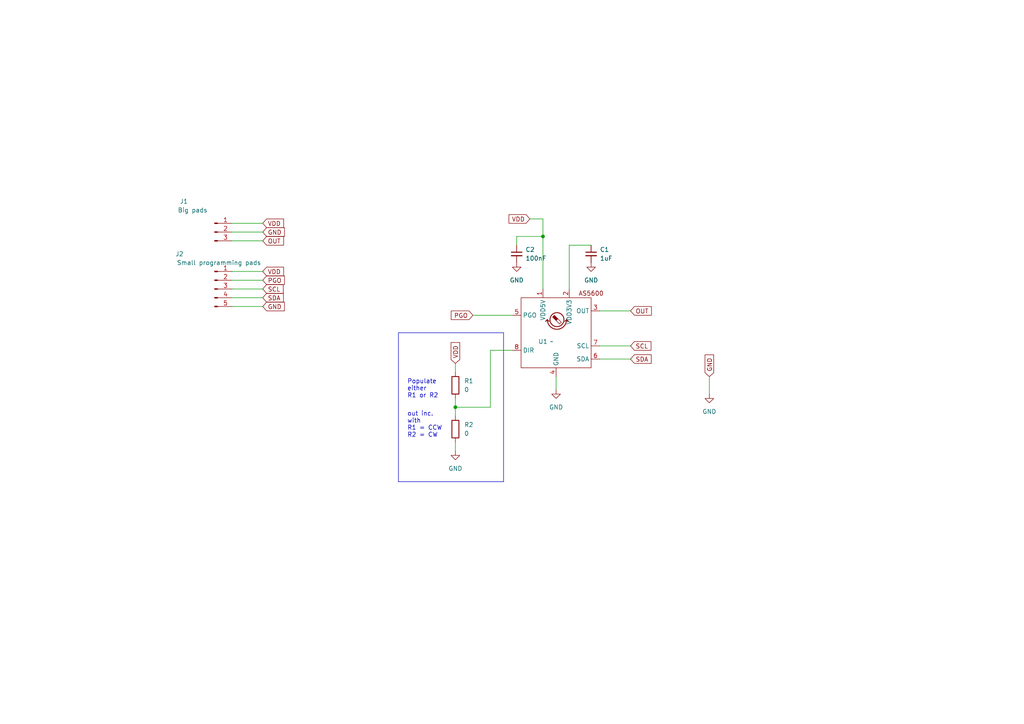
<source format=kicad_sch>
(kicad_sch (version 20230121) (generator eeschema)

  (uuid 88eaf4c7-f1cd-4217-9713-33cde1067e48)

  (paper "A4")

  (lib_symbols
    (symbol "Bartek-global:AS5600" (in_bom yes) (on_board yes)
      (property "Reference" "U1" (at -3.81 -2.54 0)
        (effects (font (size 1.27 1.27)))
      )
      (property "Value" "~" (at -1.27 -2.54 0)
        (effects (font (size 1.27 1.27)))
      )
      (property "Footprint" "Package_SO:SOIC-8_3.9x4.9mm_P1.27mm" (at 1.27 22.86 0)
        (effects (font (size 1.27 1.27)) hide)
      )
      (property "Datasheet" "https://ams.com/documents/20143/36005/AS5600_DS000365_5-00.pdf" (at 2.54 -20.32 0)
        (effects (font (size 1.27 1.27)) hide)
      )
      (property "ki_description" "12-Bit Programmable Contactless Potentiometer" (at 0 0 0)
        (effects (font (size 1.27 1.27)) hide)
      )
      (symbol "AS5600_0_1"
        (rectangle (start -10.16 10.16) (end 10.16 -10.16)
          (stroke (width 0) (type default))
          (fill (type none))
        )
      )
      (symbol "AS5600_1_1"
        (arc (start -2.54 3.81) (mid 0.254 1.0281) (end 3.048 3.81)
          (stroke (width 0.254) (type default))
          (fill (type none))
        )
        (polyline
          (pts
            (xy -2.54 3.81)
            (xy -3.048 3.302)
          )
          (stroke (width 0.254) (type default))
          (fill (type none))
        )
        (polyline
          (pts
            (xy -2.54 3.81)
            (xy -2.032 3.302)
          )
          (stroke (width 0.254) (type default))
          (fill (type none))
        )
        (polyline
          (pts
            (xy 3.048 3.81)
            (xy 2.54 3.302)
          )
          (stroke (width 0.254) (type default))
          (fill (type none))
        )
        (polyline
          (pts
            (xy 3.048 3.81)
            (xy 3.556 3.302)
          )
          (stroke (width 0.254) (type default))
          (fill (type none))
        )
        (polyline
          (pts
            (xy 0.508 4.064)
            (xy 1.524 3.048)
            (xy 1.016 2.54)
            (xy 0 3.556)
          )
          (stroke (width 0) (type default))
          (fill (type none))
        )
        (polyline
          (pts
            (xy -0.508 5.08)
            (xy 0.508 4.064)
            (xy 0 3.556)
            (xy -1.016 4.572)
            (xy -0.762 4.826)
            (xy -0.508 5.08)
            (xy -0.381 4.953)
          )
          (stroke (width 0) (type default))
          (fill (type outline))
        )
        (circle (center 0.254 3.81) (radius 2.032)
          (stroke (width 0.254) (type default))
          (fill (type none))
        )
        (text "AS5600" (at 10.16 11.43 0)
          (effects (font (size 1.27 1.27)))
        )
        (pin power_in line (at -3.81 12.7 270) (length 2.54)
          (name "VDD5V" (effects (font (size 1.27 1.27))))
          (number "1" (effects (font (size 1.27 1.27))))
        )
        (pin power_in line (at 3.81 12.7 270) (length 2.54)
          (name "VDD3V3" (effects (font (size 1.27 1.27))))
          (number "2" (effects (font (size 1.27 1.27))))
        )
        (pin output line (at 12.7 6.35 180) (length 2.54)
          (name "OUT" (effects (font (size 1.27 1.27))))
          (number "3" (effects (font (size 1.27 1.27))))
        )
        (pin power_in line (at 0 -12.7 90) (length 2.54)
          (name "GND" (effects (font (size 1.27 1.27))))
          (number "4" (effects (font (size 1.27 1.27))))
        )
        (pin input line (at -12.7 5.08 0) (length 2.54)
          (name "PGO" (effects (font (size 1.27 1.27))))
          (number "5" (effects (font (size 1.27 1.27))))
        )
        (pin bidirectional line (at 12.7 -7.62 180) (length 2.54)
          (name "SDA" (effects (font (size 1.27 1.27))))
          (number "6" (effects (font (size 1.27 1.27))))
        )
        (pin input line (at 12.7 -3.81 180) (length 2.54)
          (name "SCL" (effects (font (size 1.27 1.27))))
          (number "7" (effects (font (size 1.27 1.27))))
        )
        (pin input line (at -12.7 -5.08 0) (length 2.54)
          (name "DIR" (effects (font (size 1.27 1.27))))
          (number "8" (effects (font (size 1.27 1.27))))
        )
      )
    )
    (symbol "Connector:Conn_01x03_Pin" (pin_names (offset 1.016) hide) (in_bom yes) (on_board yes)
      (property "Reference" "J" (at 0 5.08 0)
        (effects (font (size 1.27 1.27)))
      )
      (property "Value" "Conn_01x03_Pin" (at 0 -5.08 0)
        (effects (font (size 1.27 1.27)))
      )
      (property "Footprint" "" (at 0 0 0)
        (effects (font (size 1.27 1.27)) hide)
      )
      (property "Datasheet" "~" (at 0 0 0)
        (effects (font (size 1.27 1.27)) hide)
      )
      (property "ki_locked" "" (at 0 0 0)
        (effects (font (size 1.27 1.27)))
      )
      (property "ki_keywords" "connector" (at 0 0 0)
        (effects (font (size 1.27 1.27)) hide)
      )
      (property "ki_description" "Generic connector, single row, 01x03, script generated" (at 0 0 0)
        (effects (font (size 1.27 1.27)) hide)
      )
      (property "ki_fp_filters" "Connector*:*_1x??_*" (at 0 0 0)
        (effects (font (size 1.27 1.27)) hide)
      )
      (symbol "Conn_01x03_Pin_1_1"
        (polyline
          (pts
            (xy 1.27 -2.54)
            (xy 0.8636 -2.54)
          )
          (stroke (width 0.1524) (type default))
          (fill (type none))
        )
        (polyline
          (pts
            (xy 1.27 0)
            (xy 0.8636 0)
          )
          (stroke (width 0.1524) (type default))
          (fill (type none))
        )
        (polyline
          (pts
            (xy 1.27 2.54)
            (xy 0.8636 2.54)
          )
          (stroke (width 0.1524) (type default))
          (fill (type none))
        )
        (rectangle (start 0.8636 -2.413) (end 0 -2.667)
          (stroke (width 0.1524) (type default))
          (fill (type outline))
        )
        (rectangle (start 0.8636 0.127) (end 0 -0.127)
          (stroke (width 0.1524) (type default))
          (fill (type outline))
        )
        (rectangle (start 0.8636 2.667) (end 0 2.413)
          (stroke (width 0.1524) (type default))
          (fill (type outline))
        )
        (pin passive line (at 5.08 2.54 180) (length 3.81)
          (name "Pin_1" (effects (font (size 1.27 1.27))))
          (number "1" (effects (font (size 1.27 1.27))))
        )
        (pin passive line (at 5.08 0 180) (length 3.81)
          (name "Pin_2" (effects (font (size 1.27 1.27))))
          (number "2" (effects (font (size 1.27 1.27))))
        )
        (pin passive line (at 5.08 -2.54 180) (length 3.81)
          (name "Pin_3" (effects (font (size 1.27 1.27))))
          (number "3" (effects (font (size 1.27 1.27))))
        )
      )
    )
    (symbol "Connector:Conn_01x05_Pin" (pin_names (offset 1.016) hide) (in_bom yes) (on_board yes)
      (property "Reference" "J" (at 0 7.62 0)
        (effects (font (size 1.27 1.27)))
      )
      (property "Value" "Conn_01x05_Pin" (at 0 -7.62 0)
        (effects (font (size 1.27 1.27)))
      )
      (property "Footprint" "" (at 0 0 0)
        (effects (font (size 1.27 1.27)) hide)
      )
      (property "Datasheet" "~" (at 0 0 0)
        (effects (font (size 1.27 1.27)) hide)
      )
      (property "ki_locked" "" (at 0 0 0)
        (effects (font (size 1.27 1.27)))
      )
      (property "ki_keywords" "connector" (at 0 0 0)
        (effects (font (size 1.27 1.27)) hide)
      )
      (property "ki_description" "Generic connector, single row, 01x05, script generated" (at 0 0 0)
        (effects (font (size 1.27 1.27)) hide)
      )
      (property "ki_fp_filters" "Connector*:*_1x??_*" (at 0 0 0)
        (effects (font (size 1.27 1.27)) hide)
      )
      (symbol "Conn_01x05_Pin_1_1"
        (polyline
          (pts
            (xy 1.27 -5.08)
            (xy 0.8636 -5.08)
          )
          (stroke (width 0.1524) (type default))
          (fill (type none))
        )
        (polyline
          (pts
            (xy 1.27 -2.54)
            (xy 0.8636 -2.54)
          )
          (stroke (width 0.1524) (type default))
          (fill (type none))
        )
        (polyline
          (pts
            (xy 1.27 0)
            (xy 0.8636 0)
          )
          (stroke (width 0.1524) (type default))
          (fill (type none))
        )
        (polyline
          (pts
            (xy 1.27 2.54)
            (xy 0.8636 2.54)
          )
          (stroke (width 0.1524) (type default))
          (fill (type none))
        )
        (polyline
          (pts
            (xy 1.27 5.08)
            (xy 0.8636 5.08)
          )
          (stroke (width 0.1524) (type default))
          (fill (type none))
        )
        (rectangle (start 0.8636 -4.953) (end 0 -5.207)
          (stroke (width 0.1524) (type default))
          (fill (type outline))
        )
        (rectangle (start 0.8636 -2.413) (end 0 -2.667)
          (stroke (width 0.1524) (type default))
          (fill (type outline))
        )
        (rectangle (start 0.8636 0.127) (end 0 -0.127)
          (stroke (width 0.1524) (type default))
          (fill (type outline))
        )
        (rectangle (start 0.8636 2.667) (end 0 2.413)
          (stroke (width 0.1524) (type default))
          (fill (type outline))
        )
        (rectangle (start 0.8636 5.207) (end 0 4.953)
          (stroke (width 0.1524) (type default))
          (fill (type outline))
        )
        (pin passive line (at 5.08 5.08 180) (length 3.81)
          (name "Pin_1" (effects (font (size 1.27 1.27))))
          (number "1" (effects (font (size 1.27 1.27))))
        )
        (pin passive line (at 5.08 2.54 180) (length 3.81)
          (name "Pin_2" (effects (font (size 1.27 1.27))))
          (number "2" (effects (font (size 1.27 1.27))))
        )
        (pin passive line (at 5.08 0 180) (length 3.81)
          (name "Pin_3" (effects (font (size 1.27 1.27))))
          (number "3" (effects (font (size 1.27 1.27))))
        )
        (pin passive line (at 5.08 -2.54 180) (length 3.81)
          (name "Pin_4" (effects (font (size 1.27 1.27))))
          (number "4" (effects (font (size 1.27 1.27))))
        )
        (pin passive line (at 5.08 -5.08 180) (length 3.81)
          (name "Pin_5" (effects (font (size 1.27 1.27))))
          (number "5" (effects (font (size 1.27 1.27))))
        )
      )
    )
    (symbol "Device:C_Small" (pin_numbers hide) (pin_names (offset 0.254) hide) (in_bom yes) (on_board yes)
      (property "Reference" "C" (at 0.254 1.778 0)
        (effects (font (size 1.27 1.27)) (justify left))
      )
      (property "Value" "C_Small" (at 0.254 -2.032 0)
        (effects (font (size 1.27 1.27)) (justify left))
      )
      (property "Footprint" "" (at 0 0 0)
        (effects (font (size 1.27 1.27)) hide)
      )
      (property "Datasheet" "~" (at 0 0 0)
        (effects (font (size 1.27 1.27)) hide)
      )
      (property "ki_keywords" "capacitor cap" (at 0 0 0)
        (effects (font (size 1.27 1.27)) hide)
      )
      (property "ki_description" "Unpolarized capacitor, small symbol" (at 0 0 0)
        (effects (font (size 1.27 1.27)) hide)
      )
      (property "ki_fp_filters" "C_*" (at 0 0 0)
        (effects (font (size 1.27 1.27)) hide)
      )
      (symbol "C_Small_0_1"
        (polyline
          (pts
            (xy -1.524 -0.508)
            (xy 1.524 -0.508)
          )
          (stroke (width 0.3302) (type default))
          (fill (type none))
        )
        (polyline
          (pts
            (xy -1.524 0.508)
            (xy 1.524 0.508)
          )
          (stroke (width 0.3048) (type default))
          (fill (type none))
        )
      )
      (symbol "C_Small_1_1"
        (pin passive line (at 0 2.54 270) (length 2.032)
          (name "~" (effects (font (size 1.27 1.27))))
          (number "1" (effects (font (size 1.27 1.27))))
        )
        (pin passive line (at 0 -2.54 90) (length 2.032)
          (name "~" (effects (font (size 1.27 1.27))))
          (number "2" (effects (font (size 1.27 1.27))))
        )
      )
    )
    (symbol "Device:R" (pin_numbers hide) (pin_names (offset 0)) (in_bom yes) (on_board yes)
      (property "Reference" "R" (at 2.032 0 90)
        (effects (font (size 1.27 1.27)))
      )
      (property "Value" "R" (at 0 0 90)
        (effects (font (size 1.27 1.27)))
      )
      (property "Footprint" "" (at -1.778 0 90)
        (effects (font (size 1.27 1.27)) hide)
      )
      (property "Datasheet" "~" (at 0 0 0)
        (effects (font (size 1.27 1.27)) hide)
      )
      (property "ki_keywords" "R res resistor" (at 0 0 0)
        (effects (font (size 1.27 1.27)) hide)
      )
      (property "ki_description" "Resistor" (at 0 0 0)
        (effects (font (size 1.27 1.27)) hide)
      )
      (property "ki_fp_filters" "R_*" (at 0 0 0)
        (effects (font (size 1.27 1.27)) hide)
      )
      (symbol "R_0_1"
        (rectangle (start -1.016 -2.54) (end 1.016 2.54)
          (stroke (width 0.254) (type default))
          (fill (type none))
        )
      )
      (symbol "R_1_1"
        (pin passive line (at 0 3.81 270) (length 1.27)
          (name "~" (effects (font (size 1.27 1.27))))
          (number "1" (effects (font (size 1.27 1.27))))
        )
        (pin passive line (at 0 -3.81 90) (length 1.27)
          (name "~" (effects (font (size 1.27 1.27))))
          (number "2" (effects (font (size 1.27 1.27))))
        )
      )
    )
    (symbol "power:GND" (power) (pin_names (offset 0)) (in_bom yes) (on_board yes)
      (property "Reference" "#PWR" (at 0 -6.35 0)
        (effects (font (size 1.27 1.27)) hide)
      )
      (property "Value" "GND" (at 0 -3.81 0)
        (effects (font (size 1.27 1.27)))
      )
      (property "Footprint" "" (at 0 0 0)
        (effects (font (size 1.27 1.27)) hide)
      )
      (property "Datasheet" "" (at 0 0 0)
        (effects (font (size 1.27 1.27)) hide)
      )
      (property "ki_keywords" "global power" (at 0 0 0)
        (effects (font (size 1.27 1.27)) hide)
      )
      (property "ki_description" "Power symbol creates a global label with name \"GND\" , ground" (at 0 0 0)
        (effects (font (size 1.27 1.27)) hide)
      )
      (symbol "GND_0_1"
        (polyline
          (pts
            (xy 0 0)
            (xy 0 -1.27)
            (xy 1.27 -1.27)
            (xy 0 -2.54)
            (xy -1.27 -1.27)
            (xy 0 -1.27)
          )
          (stroke (width 0) (type default))
          (fill (type none))
        )
      )
      (symbol "GND_1_1"
        (pin power_in line (at 0 0 270) (length 0) hide
          (name "GND" (effects (font (size 1.27 1.27))))
          (number "1" (effects (font (size 1.27 1.27))))
        )
      )
    )
  )

  (junction (at 157.48 68.58) (diameter 0) (color 0 0 0 0)
    (uuid 50eda84d-eb1f-4b63-b814-54c5814d1f75)
  )
  (junction (at 132.08 118.11) (diameter 0) (color 0 0 0 0)
    (uuid 592acb26-2b97-4a60-9662-a076352c5eaa)
  )

  (wire (pts (xy 161.29 109.22) (xy 161.29 113.03))
    (stroke (width 0) (type default))
    (uuid 0224c975-9c53-4ad5-acde-1b2651b57f9a)
  )
  (wire (pts (xy 153.67 63.5) (xy 157.48 63.5))
    (stroke (width 0) (type default))
    (uuid 10447cd3-fde3-4157-b238-7b7117b12057)
  )
  (wire (pts (xy 142.24 101.6) (xy 148.59 101.6))
    (stroke (width 0) (type default))
    (uuid 11087cdb-1852-45ac-b089-73351c06d72e)
  )
  (wire (pts (xy 132.08 105.41) (xy 132.08 107.95))
    (stroke (width 0) (type default))
    (uuid 122f5c49-5460-451c-be8d-f1fedf935d28)
  )
  (wire (pts (xy 165.1 71.12) (xy 171.45 71.12))
    (stroke (width 0) (type default))
    (uuid 1db92703-5ea7-466a-b0a4-8f0c8c626bb4)
  )
  (wire (pts (xy 137.16 91.44) (xy 148.59 91.44))
    (stroke (width 0) (type default))
    (uuid 1ec17fa6-15f8-4ab7-97a3-f1539d8d0677)
  )
  (wire (pts (xy 149.86 68.58) (xy 157.48 68.58))
    (stroke (width 0) (type default))
    (uuid 22ee5bc8-d094-4f89-b4f7-3eb9e713b7fc)
  )
  (wire (pts (xy 67.31 64.77) (xy 76.2 64.77))
    (stroke (width 0) (type default))
    (uuid 28a84b48-69ec-4060-b2ff-36280f498f5c)
  )
  (wire (pts (xy 165.1 71.12) (xy 165.1 83.82))
    (stroke (width 0) (type default))
    (uuid 2e3aa62e-d6f2-4198-8be3-6310dcce53fa)
  )
  (wire (pts (xy 67.31 88.9) (xy 76.2 88.9))
    (stroke (width 0) (type default))
    (uuid 2e807484-4a76-4d13-86e6-1361efaf9c01)
  )
  (polyline (pts (xy 115.57 96.52) (xy 115.57 139.7))
    (stroke (width 0) (type default))
    (uuid 33037fcc-a9aa-41ab-b3db-4e33d91cc420)
  )

  (wire (pts (xy 132.08 118.11) (xy 132.08 115.57))
    (stroke (width 0) (type default))
    (uuid 3718e4f2-2263-4025-8031-e1008b4bc607)
  )
  (polyline (pts (xy 146.05 139.7) (xy 146.05 96.52))
    (stroke (width 0) (type default))
    (uuid 399b7064-abbe-4c0b-ab8b-5ff5fe8b51c7)
  )

  (wire (pts (xy 173.99 104.14) (xy 182.88 104.14))
    (stroke (width 0) (type default))
    (uuid 3a7e3dfb-98d7-43cb-a7e0-f87b90ef10f5)
  )
  (wire (pts (xy 67.31 86.36) (xy 76.2 86.36))
    (stroke (width 0) (type default))
    (uuid 3c36b26f-15fa-48e2-9569-48f432c65039)
  )
  (wire (pts (xy 173.99 100.33) (xy 182.88 100.33))
    (stroke (width 0) (type default))
    (uuid 4b09b3d1-3ec0-4c95-a17f-5cb6981a0097)
  )
  (wire (pts (xy 142.24 101.6) (xy 142.24 118.11))
    (stroke (width 0) (type default))
    (uuid 4c7d9438-bcba-49b9-9f81-557ad19f9798)
  )
  (wire (pts (xy 67.31 69.85) (xy 76.2 69.85))
    (stroke (width 0) (type default))
    (uuid 572dad46-acdc-4b3f-babc-c3479253d86f)
  )
  (wire (pts (xy 132.08 130.81) (xy 132.08 128.27))
    (stroke (width 0) (type default))
    (uuid 77722bb6-589d-4405-8c6f-c62999bb6bc5)
  )
  (wire (pts (xy 157.48 68.58) (xy 157.48 83.82))
    (stroke (width 0) (type default))
    (uuid 7adb75b5-6bc8-41ed-b640-139bf7a39c36)
  )
  (wire (pts (xy 142.24 118.11) (xy 132.08 118.11))
    (stroke (width 0) (type default))
    (uuid a157c4f6-a65a-499c-8d58-6318405a31aa)
  )
  (polyline (pts (xy 115.57 96.52) (xy 146.05 96.52))
    (stroke (width 0) (type default))
    (uuid a275fd72-b66c-41e2-bed3-7822c6e33ad7)
  )

  (wire (pts (xy 67.31 67.31) (xy 76.2 67.31))
    (stroke (width 0) (type default))
    (uuid a551627f-96ef-4fed-9aa8-8e9f26ee3346)
  )
  (wire (pts (xy 67.31 78.74) (xy 76.2 78.74))
    (stroke (width 0) (type default))
    (uuid b56a3607-3d97-406d-b2cc-36582c15aeaf)
  )
  (wire (pts (xy 67.31 81.28) (xy 76.2 81.28))
    (stroke (width 0) (type default))
    (uuid b9539628-979a-46df-bc36-d3fd1758e2c1)
  )
  (wire (pts (xy 149.86 71.12) (xy 149.86 68.58))
    (stroke (width 0) (type default))
    (uuid b995dd2b-4022-4a25-94ca-04bbb5c4f3f9)
  )
  (polyline (pts (xy 115.57 139.7) (xy 146.05 139.7))
    (stroke (width 0) (type default))
    (uuid bfcba905-01f4-4252-a255-3edaf06d005f)
  )

  (wire (pts (xy 205.74 109.22) (xy 205.74 114.3))
    (stroke (width 0) (type default))
    (uuid c477ed26-4ded-439d-8ab4-242a65b8d54b)
  )
  (wire (pts (xy 132.08 118.11) (xy 132.08 120.65))
    (stroke (width 0) (type default))
    (uuid d3dcb1d0-b275-4c92-801b-449a40161383)
  )
  (wire (pts (xy 173.99 90.17) (xy 182.88 90.17))
    (stroke (width 0) (type default))
    (uuid d7ecf9e7-ba61-40a9-be54-1883e45253d3)
  )
  (wire (pts (xy 157.48 63.5) (xy 157.48 68.58))
    (stroke (width 0) (type default))
    (uuid f2e5ebf3-7d02-489c-aad3-4395c1a22c9c)
  )
  (wire (pts (xy 67.31 83.82) (xy 76.2 83.82))
    (stroke (width 0) (type default))
    (uuid fc18fe70-7af4-4259-9f6a-7ab6cebdcfba)
  )

  (text "Populate\neither\nR1 or R2" (at 118.11 115.57 0)
    (effects (font (size 1.27 1.27)) (justify left bottom))
    (uuid 66341e42-8da9-4302-b557-426380de2dfc)
  )
  (text "out inc.\nwith\nR1 = CCW\nR2 = CW\n" (at 118.11 127 0)
    (effects (font (size 1.27 1.27)) (justify left bottom))
    (uuid ebd98b7a-dbdb-4d7e-b238-e9e9910c1a21)
  )

  (global_label "GND" (shape input) (at 205.74 109.22 90) (fields_autoplaced)
    (effects (font (size 1.27 1.27)) (justify left))
    (uuid 00317d7f-4343-4bd9-9af7-23faeba927fa)
    (property "Intersheetrefs" "${INTERSHEET_REFS}" (at 205.74 102.3643 90)
      (effects (font (size 1.27 1.27)) (justify left) hide)
    )
  )
  (global_label "SCL" (shape input) (at 76.2 83.82 0) (fields_autoplaced)
    (effects (font (size 1.27 1.27)) (justify left))
    (uuid 03363864-8c6a-400b-b93d-0c5032dc2a51)
    (property "Intersheetrefs" "${INTERSHEET_REFS}" (at 82.6928 83.82 0)
      (effects (font (size 1.27 1.27)) (justify left) hide)
    )
  )
  (global_label "OUT" (shape input) (at 182.88 90.17 0) (fields_autoplaced)
    (effects (font (size 1.27 1.27)) (justify left))
    (uuid 23f84674-bf83-4d5d-b03b-a1b07af51230)
    (property "Intersheetrefs" "${INTERSHEET_REFS}" (at 189.4938 90.17 0)
      (effects (font (size 1.27 1.27)) (justify left) hide)
    )
  )
  (global_label "GND" (shape input) (at 76.2 88.9 0) (fields_autoplaced)
    (effects (font (size 1.27 1.27)) (justify left))
    (uuid 53eacf75-de06-43ba-95ca-7c13d48f69c8)
    (property "Intersheetrefs" "${INTERSHEET_REFS}" (at 83.0557 88.9 0)
      (effects (font (size 1.27 1.27)) (justify left) hide)
    )
  )
  (global_label "SDA" (shape input) (at 182.88 104.14 0) (fields_autoplaced)
    (effects (font (size 1.27 1.27)) (justify left))
    (uuid 58b061be-5268-41d3-960f-9eef7c45389f)
    (property "Intersheetrefs" "${INTERSHEET_REFS}" (at 189.4333 104.14 0)
      (effects (font (size 1.27 1.27)) (justify left) hide)
    )
  )
  (global_label "SCL" (shape input) (at 182.88 100.33 0) (fields_autoplaced)
    (effects (font (size 1.27 1.27)) (justify left))
    (uuid 5a68baa1-4759-4fd8-b3ad-89ba23b38b5c)
    (property "Intersheetrefs" "${INTERSHEET_REFS}" (at 189.3728 100.33 0)
      (effects (font (size 1.27 1.27)) (justify left) hide)
    )
  )
  (global_label "VDD" (shape input) (at 76.2 64.77 0) (fields_autoplaced)
    (effects (font (size 1.27 1.27)) (justify left))
    (uuid 71c0ff67-ff24-4fe0-96b6-a5b265b155e4)
    (property "Intersheetrefs" "${INTERSHEET_REFS}" (at 82.8138 64.77 0)
      (effects (font (size 1.27 1.27)) (justify left) hide)
    )
  )
  (global_label "PGO" (shape input) (at 76.2 81.28 0) (fields_autoplaced)
    (effects (font (size 1.27 1.27)) (justify left))
    (uuid 71d4d052-4981-4088-b7cc-be6fff931ae8)
    (property "Intersheetrefs" "${INTERSHEET_REFS}" (at 83.0557 81.28 0)
      (effects (font (size 1.27 1.27)) (justify left) hide)
    )
  )
  (global_label "OUT" (shape input) (at 76.2 69.85 0) (fields_autoplaced)
    (effects (font (size 1.27 1.27)) (justify left))
    (uuid 7e397b1d-79b8-460e-93eb-a21b100c4b1c)
    (property "Intersheetrefs" "${INTERSHEET_REFS}" (at 82.8138 69.85 0)
      (effects (font (size 1.27 1.27)) (justify left) hide)
    )
  )
  (global_label "VDD" (shape input) (at 76.2 78.74 0) (fields_autoplaced)
    (effects (font (size 1.27 1.27)) (justify left))
    (uuid 82ea3b6d-05ab-432c-90da-7ebbd9977e8b)
    (property "Intersheetrefs" "${INTERSHEET_REFS}" (at 82.8138 78.74 0)
      (effects (font (size 1.27 1.27)) (justify left) hide)
    )
  )
  (global_label "PGO" (shape input) (at 137.16 91.44 180) (fields_autoplaced)
    (effects (font (size 1.27 1.27)) (justify right))
    (uuid 8514dc03-54ef-44a9-ba8a-0a4be98ef78c)
    (property "Intersheetrefs" "${INTERSHEET_REFS}" (at 130.3043 91.44 0)
      (effects (font (size 1.27 1.27)) (justify right) hide)
    )
  )
  (global_label "VDD" (shape input) (at 153.67 63.5 180) (fields_autoplaced)
    (effects (font (size 1.27 1.27)) (justify right))
    (uuid 908c41a3-9604-45c2-88be-135b6d74b2e6)
    (property "Intersheetrefs" "${INTERSHEET_REFS}" (at 147.0562 63.5 0)
      (effects (font (size 1.27 1.27)) (justify right) hide)
    )
  )
  (global_label "SDA" (shape input) (at 76.2 86.36 0) (fields_autoplaced)
    (effects (font (size 1.27 1.27)) (justify left))
    (uuid 9165ce0d-71b4-421f-8e9b-d7973f575288)
    (property "Intersheetrefs" "${INTERSHEET_REFS}" (at 82.7533 86.36 0)
      (effects (font (size 1.27 1.27)) (justify left) hide)
    )
  )
  (global_label "VDD" (shape input) (at 132.08 105.41 90) (fields_autoplaced)
    (effects (font (size 1.27 1.27)) (justify left))
    (uuid ce76f533-083d-42e4-987b-46a27516f66c)
    (property "Intersheetrefs" "${INTERSHEET_REFS}" (at 132.08 98.7962 90)
      (effects (font (size 1.27 1.27)) (justify left) hide)
    )
  )
  (global_label "GND" (shape input) (at 76.2 67.31 0) (fields_autoplaced)
    (effects (font (size 1.27 1.27)) (justify left))
    (uuid e25cbbf3-fe40-4f44-83b6-a89330fa093c)
    (property "Intersheetrefs" "${INTERSHEET_REFS}" (at 83.0557 67.31 0)
      (effects (font (size 1.27 1.27)) (justify left) hide)
    )
  )

  (symbol (lib_id "power:GND") (at 161.29 113.03 0) (unit 1)
    (in_bom yes) (on_board yes) (dnp no) (fields_autoplaced)
    (uuid 1501ecae-0b5b-43b5-8abc-e31a0de7cfe7)
    (property "Reference" "#PWR02" (at 161.29 119.38 0)
      (effects (font (size 1.27 1.27)) hide)
    )
    (property "Value" "GND" (at 161.29 118.11 0)
      (effects (font (size 1.27 1.27)))
    )
    (property "Footprint" "" (at 161.29 113.03 0)
      (effects (font (size 1.27 1.27)) hide)
    )
    (property "Datasheet" "" (at 161.29 113.03 0)
      (effects (font (size 1.27 1.27)) hide)
    )
    (pin "1" (uuid 40672f7a-5239-42f2-ac20-22d0e61dc25b))
    (instances
      (project "ktmtps_v2"
        (path "/88eaf4c7-f1cd-4217-9713-33cde1067e48"
          (reference "#PWR02") (unit 1)
        )
      )
    )
  )

  (symbol (lib_id "Device:R") (at 132.08 124.46 0) (unit 1)
    (in_bom yes) (on_board yes) (dnp no) (fields_autoplaced)
    (uuid 1f610e26-81f7-4a80-af3e-fbe11d2c16cb)
    (property "Reference" "R2" (at 134.62 123.19 0)
      (effects (font (size 1.27 1.27)) (justify left))
    )
    (property "Value" "0" (at 134.62 125.73 0)
      (effects (font (size 1.27 1.27)) (justify left))
    )
    (property "Footprint" "Resistor_SMD:R_0805_2012Metric_Pad1.20x1.40mm_HandSolder" (at 130.302 124.46 90)
      (effects (font (size 1.27 1.27)) hide)
    )
    (property "Datasheet" "~" (at 132.08 124.46 0)
      (effects (font (size 1.27 1.27)) hide)
    )
    (pin "1" (uuid 8cc747f6-cb2b-4fb7-8cc8-bb02511f9478))
    (pin "2" (uuid 28f1b89d-5870-437d-a772-d15c3ca25f42))
    (instances
      (project "ktmtps_v2"
        (path "/88eaf4c7-f1cd-4217-9713-33cde1067e48"
          (reference "R2") (unit 1)
        )
      )
    )
  )

  (symbol (lib_id "Connector:Conn_01x03_Pin") (at 62.23 67.31 0) (unit 1)
    (in_bom yes) (on_board yes) (dnp no)
    (uuid 26fe4f8b-fa66-47a7-9bf6-71c4b4c6d60d)
    (property "Reference" "J1" (at 53.34 58.42 0)
      (effects (font (size 1.27 1.27)))
    )
    (property "Value" "Big pads" (at 55.88 60.96 0)
      (effects (font (size 1.27 1.27)))
    )
    (property "Footprint" "Connector_PinHeader_1.27mm:PinHeader_1x03_P1.27mm_Vertical" (at 62.23 67.31 0)
      (effects (font (size 1.27 1.27)) hide)
    )
    (property "Datasheet" "~" (at 62.23 67.31 0)
      (effects (font (size 1.27 1.27)) hide)
    )
    (pin "1" (uuid ae96af22-a437-448b-89f0-aadf01dc976f))
    (pin "2" (uuid 1268b125-3439-4ef6-a693-78d2fa066b4e))
    (pin "3" (uuid 7beda56b-8579-42b0-b13a-8eacf3c5d051))
    (instances
      (project "ktmtps_v2"
        (path "/88eaf4c7-f1cd-4217-9713-33cde1067e48"
          (reference "J1") (unit 1)
        )
      )
    )
  )

  (symbol (lib_id "power:GND") (at 149.86 76.2 0) (unit 1)
    (in_bom yes) (on_board yes) (dnp no) (fields_autoplaced)
    (uuid 44d6835a-0324-4264-a7fb-d710117e2a91)
    (property "Reference" "#PWR04" (at 149.86 82.55 0)
      (effects (font (size 1.27 1.27)) hide)
    )
    (property "Value" "GND" (at 149.86 81.28 0)
      (effects (font (size 1.27 1.27)))
    )
    (property "Footprint" "" (at 149.86 76.2 0)
      (effects (font (size 1.27 1.27)) hide)
    )
    (property "Datasheet" "" (at 149.86 76.2 0)
      (effects (font (size 1.27 1.27)) hide)
    )
    (pin "1" (uuid 7f569efc-0c63-4417-bdff-d296ca37e5b2))
    (instances
      (project "ktmtps_v2"
        (path "/88eaf4c7-f1cd-4217-9713-33cde1067e48"
          (reference "#PWR04") (unit 1)
        )
      )
    )
  )

  (symbol (lib_id "power:GND") (at 205.74 114.3 0) (unit 1)
    (in_bom yes) (on_board yes) (dnp no) (fields_autoplaced)
    (uuid 5f33e55a-ad7c-46d6-a71b-8732344737fd)
    (property "Reference" "#PWR03" (at 205.74 120.65 0)
      (effects (font (size 1.27 1.27)) hide)
    )
    (property "Value" "GND" (at 205.74 119.38 0)
      (effects (font (size 1.27 1.27)))
    )
    (property "Footprint" "" (at 205.74 114.3 0)
      (effects (font (size 1.27 1.27)) hide)
    )
    (property "Datasheet" "" (at 205.74 114.3 0)
      (effects (font (size 1.27 1.27)) hide)
    )
    (pin "1" (uuid 14b50347-3590-44cf-863a-849389131db7))
    (instances
      (project "ktmtps_v2"
        (path "/88eaf4c7-f1cd-4217-9713-33cde1067e48"
          (reference "#PWR03") (unit 1)
        )
      )
    )
  )

  (symbol (lib_id "Device:C_Small") (at 149.86 73.66 0) (unit 1)
    (in_bom yes) (on_board yes) (dnp no)
    (uuid 67c6008b-a63e-464e-bea4-ad2fb1398a10)
    (property "Reference" "C2" (at 152.4 72.3963 0)
      (effects (font (size 1.27 1.27)) (justify left))
    )
    (property "Value" "100nF" (at 152.4 74.9363 0)
      (effects (font (size 1.27 1.27)) (justify left))
    )
    (property "Footprint" "Capacitor_SMD:C_0805_2012Metric_Pad1.18x1.45mm_HandSolder" (at 149.86 73.66 0)
      (effects (font (size 1.27 1.27)) hide)
    )
    (property "Datasheet" "~" (at 149.86 73.66 0)
      (effects (font (size 1.27 1.27)) hide)
    )
    (pin "1" (uuid ffad94dd-f1ba-4c62-ad2e-a83ace75941f))
    (pin "2" (uuid dc0a7ce0-fc6e-4fa7-bfd8-7e9b86b87bdd))
    (instances
      (project "ktmtps_v2"
        (path "/88eaf4c7-f1cd-4217-9713-33cde1067e48"
          (reference "C2") (unit 1)
        )
      )
    )
  )

  (symbol (lib_id "Device:C_Small") (at 171.45 73.66 0) (unit 1)
    (in_bom yes) (on_board yes) (dnp no)
    (uuid 6a19aa5d-01b0-4f4d-ac75-d7d5adab6893)
    (property "Reference" "C1" (at 173.99 72.3963 0)
      (effects (font (size 1.27 1.27)) (justify left))
    )
    (property "Value" "1uF" (at 173.99 74.9363 0)
      (effects (font (size 1.27 1.27)) (justify left))
    )
    (property "Footprint" "Capacitor_SMD:C_0805_2012Metric_Pad1.18x1.45mm_HandSolder" (at 171.45 73.66 0)
      (effects (font (size 1.27 1.27)) hide)
    )
    (property "Datasheet" "~" (at 171.45 73.66 0)
      (effects (font (size 1.27 1.27)) hide)
    )
    (pin "1" (uuid 460ab819-03ca-44af-a949-d9060e545df6))
    (pin "2" (uuid 88c44518-6a44-49dd-b24b-29b82c07bf40))
    (instances
      (project "ktmtps_v2"
        (path "/88eaf4c7-f1cd-4217-9713-33cde1067e48"
          (reference "C1") (unit 1)
        )
      )
    )
  )

  (symbol (lib_id "Bartek-global:AS5600") (at 161.29 96.52 0) (unit 1)
    (in_bom yes) (on_board yes) (dnp no) (fields_autoplaced)
    (uuid ad05b779-6b0e-47fa-af8b-c674d61760be)
    (property "Reference" "U1" (at 157.48 99.06 0)
      (effects (font (size 1.27 1.27)))
    )
    (property "Value" "~" (at 160.02 99.06 0)
      (effects (font (size 1.27 1.27)))
    )
    (property "Footprint" "Package_SO:SOIC-8_3.9x4.9mm_P1.27mm" (at 162.56 73.66 0)
      (effects (font (size 1.27 1.27)) hide)
    )
    (property "Datasheet" "https://ams.com/documents/20143/36005/AS5600_DS000365_5-00.pdf" (at 163.83 116.84 0)
      (effects (font (size 1.27 1.27)) hide)
    )
    (pin "1" (uuid a4370798-c9c4-42a6-b2fe-9bb895510fb5))
    (pin "2" (uuid 7702f916-b97a-437c-be7a-d04538527229))
    (pin "3" (uuid d864959e-d83a-4049-847a-68ded72c95ec))
    (pin "4" (uuid 9595e421-01ab-4636-b0cb-7abffa12868a))
    (pin "5" (uuid e6c2dac8-ab44-43d1-a57d-196ea9e67491))
    (pin "6" (uuid 4b8d9b83-6c03-4c37-bbb3-33e75e98d032))
    (pin "7" (uuid 64b734b9-1715-430e-b765-8e9fb8ef3892))
    (pin "8" (uuid e0c92a5e-7cc1-4fea-8a0a-328ccfa8761d))
    (instances
      (project "ktmtps_v2"
        (path "/88eaf4c7-f1cd-4217-9713-33cde1067e48"
          (reference "U1") (unit 1)
        )
      )
    )
  )

  (symbol (lib_id "Connector:Conn_01x05_Pin") (at 62.23 83.82 0) (unit 1)
    (in_bom yes) (on_board yes) (dnp no)
    (uuid c9ecc1dd-8056-4a35-85b1-cff7e53e8eec)
    (property "Reference" "J2" (at 52.07 73.66 0)
      (effects (font (size 1.27 1.27)))
    )
    (property "Value" "Small programming pads" (at 63.5 76.2 0)
      (effects (font (size 1.27 1.27)))
    )
    (property "Footprint" "Connector_Wire:SolderWire-0.1sqmm_1x05_P3.6mm_D0.4mm_OD1mm" (at 62.23 83.82 0)
      (effects (font (size 1.27 1.27)) hide)
    )
    (property "Datasheet" "~" (at 62.23 83.82 0)
      (effects (font (size 1.27 1.27)) hide)
    )
    (pin "1" (uuid db2e222f-a37b-4a33-bb64-53c224854e8c))
    (pin "2" (uuid d0fd59c6-04fa-46bb-b0a7-110cba4a0d4a))
    (pin "3" (uuid b27fce2e-06da-4065-9d31-2ee8395cb9ee))
    (pin "4" (uuid 17643d7b-9bbb-413e-be84-2f9680fa48d6))
    (pin "5" (uuid 69b98bd1-0ec2-49e2-9a11-0baa730d773b))
    (instances
      (project "ktmtps_v2"
        (path "/88eaf4c7-f1cd-4217-9713-33cde1067e48"
          (reference "J2") (unit 1)
        )
      )
    )
  )

  (symbol (lib_id "Device:R") (at 132.08 111.76 0) (unit 1)
    (in_bom yes) (on_board yes) (dnp no) (fields_autoplaced)
    (uuid dca79824-2d71-43ee-bd23-a98426daad20)
    (property "Reference" "R1" (at 134.62 110.49 0)
      (effects (font (size 1.27 1.27)) (justify left))
    )
    (property "Value" "0" (at 134.62 113.03 0)
      (effects (font (size 1.27 1.27)) (justify left))
    )
    (property "Footprint" "Resistor_SMD:R_0805_2012Metric_Pad1.20x1.40mm_HandSolder" (at 130.302 111.76 90)
      (effects (font (size 1.27 1.27)) hide)
    )
    (property "Datasheet" "~" (at 132.08 111.76 0)
      (effects (font (size 1.27 1.27)) hide)
    )
    (pin "1" (uuid 55dfe06e-1e22-4acb-a1bf-8bc9bbf8dfbc))
    (pin "2" (uuid cbd8a8d3-8240-4bba-ae64-a31e9aa0eff0))
    (instances
      (project "ktmtps_v2"
        (path "/88eaf4c7-f1cd-4217-9713-33cde1067e48"
          (reference "R1") (unit 1)
        )
      )
    )
  )

  (symbol (lib_id "power:GND") (at 132.08 130.81 0) (unit 1)
    (in_bom yes) (on_board yes) (dnp no) (fields_autoplaced)
    (uuid f2a17f6c-027f-4769-9ee9-695c8d721d12)
    (property "Reference" "#PWR05" (at 132.08 137.16 0)
      (effects (font (size 1.27 1.27)) hide)
    )
    (property "Value" "GND" (at 132.08 135.89 0)
      (effects (font (size 1.27 1.27)))
    )
    (property "Footprint" "" (at 132.08 130.81 0)
      (effects (font (size 1.27 1.27)) hide)
    )
    (property "Datasheet" "" (at 132.08 130.81 0)
      (effects (font (size 1.27 1.27)) hide)
    )
    (pin "1" (uuid 7fc65c8d-bfab-4c3f-b993-c7dbb54980c5))
    (instances
      (project "ktmtps_v2"
        (path "/88eaf4c7-f1cd-4217-9713-33cde1067e48"
          (reference "#PWR05") (unit 1)
        )
      )
    )
  )

  (symbol (lib_id "power:GND") (at 171.45 76.2 0) (unit 1)
    (in_bom yes) (on_board yes) (dnp no) (fields_autoplaced)
    (uuid f9ed7784-cf9e-48ae-bef2-2368fdfb0ab4)
    (property "Reference" "#PWR01" (at 171.45 82.55 0)
      (effects (font (size 1.27 1.27)) hide)
    )
    (property "Value" "GND" (at 171.45 81.28 0)
      (effects (font (size 1.27 1.27)))
    )
    (property "Footprint" "" (at 171.45 76.2 0)
      (effects (font (size 1.27 1.27)) hide)
    )
    (property "Datasheet" "" (at 171.45 76.2 0)
      (effects (font (size 1.27 1.27)) hide)
    )
    (pin "1" (uuid 05554b4b-17d2-4720-b862-511bfebd030e))
    (instances
      (project "ktmtps_v2"
        (path "/88eaf4c7-f1cd-4217-9713-33cde1067e48"
          (reference "#PWR01") (unit 1)
        )
      )
    )
  )

  (sheet_instances
    (path "/" (page "1"))
  )
)

</source>
